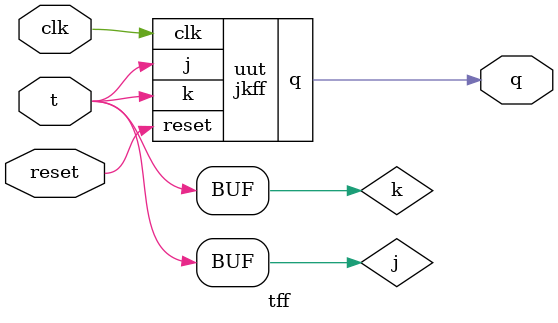
<source format=v>
module jkff(input j, k, clk,
            input reset,
            output reg q);
  
  wire qbar; // output connection
  assign qbar =~q;
  
  always@(posedge clk or posedge reset) // output only change when the clk is on otherwise it shows  privious state
    
    if(reset) begin
      
      q<=0;
    end else begin
      case({j ,k})
        
        2'b00: q<=q;
        2'b01: q<=0;
        2'b10: q<=1;
        2'b11: q<=qbar;
        
        
      endcase
      end
      
endmodule

module tff(
  input t,clk,reset,
  output q
);
  wire j,k;
  assign j = t; // this was as per the k map from the table
  assign k = t;
  
  jkff uut(.j(j),.k(k),.clk(clk),.reset(reset),.q(q));
  
endmodule

</source>
